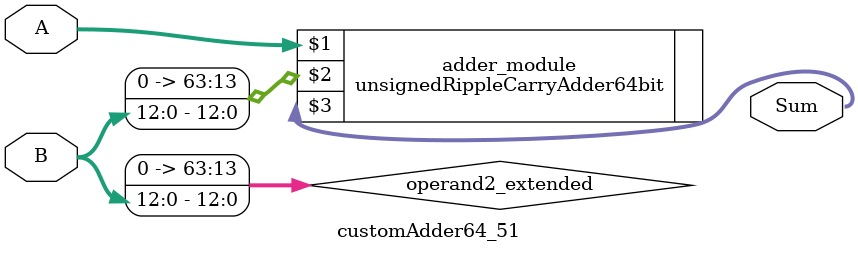
<source format=v>
module customAdder64_51(
                        input [63 : 0] A,
                        input [12 : 0] B,
                        
                        output [64 : 0] Sum
                );

        wire [63 : 0] operand2_extended;
        
        assign operand2_extended =  {51'b0, B};
        
        unsignedRippleCarryAdder64bit adder_module(
            A,
            operand2_extended,
            Sum
        );
        
        endmodule
        
</source>
